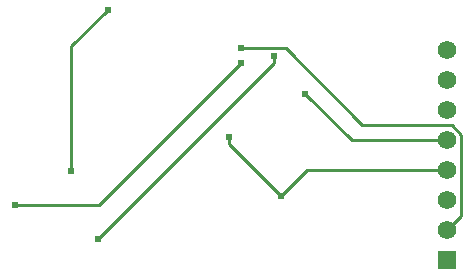
<source format=gbl>
G04 Layer: BottomLayer*
G04 EasyEDA v6.5.40, 2024-08-14 22:01:03*
G04 cb6e2e9fbd21486d88ae5690d2d3dc00,10*
G04 Gerber Generator version 0.2*
G04 Scale: 100 percent, Rotated: No, Reflected: No *
G04 Dimensions in millimeters *
G04 leading zeros omitted , absolute positions ,4 integer and 5 decimal *
%FSLAX45Y45*%
%MOMM*%

%ADD10C,0.2540*%
%ADD11R,1.5748X1.5748*%
%ADD12C,1.5748*%
%ADD13C,0.6100*%

%LPD*%
D10*
X1872742Y-1727301D02*
G01*
X3361080Y-238963D01*
X3361080Y-175209D01*
X4826000Y-889000D02*
G01*
X4019524Y-889000D01*
X3627577Y-497052D01*
X4826000Y-1651000D02*
G01*
X4946980Y-1530019D01*
X4946980Y-844321D01*
X4864658Y-762000D01*
X4110126Y-762000D01*
X3458336Y-110210D01*
X3080156Y-110210D01*
X4826000Y-1143000D02*
G01*
X3640607Y-1143000D01*
X3421735Y-1361871D01*
X3421735Y-1361871D02*
G01*
X2978277Y-918413D01*
X2978277Y-866775D01*
X1167155Y-1434947D02*
G01*
X1883105Y-1434947D01*
X3081604Y-236448D01*
X1955368Y216077D02*
G01*
X1643430Y-95859D01*
X1643430Y-1149502D01*
D11*
G01*
X4826000Y-1905000D03*
D12*
G01*
X4826000Y-1651000D03*
G01*
X4826000Y-1397000D03*
G01*
X4826000Y-1143000D03*
G01*
X4826000Y-889000D03*
G01*
X4826000Y-635000D03*
G01*
X4826000Y-381000D03*
G01*
X4826000Y-127000D03*
D13*
G01*
X1643430Y-1149502D03*
G01*
X1955368Y216077D03*
G01*
X1167155Y-1434947D03*
G01*
X3081604Y-236448D03*
G01*
X2978277Y-866775D03*
G01*
X3421735Y-1361871D03*
G01*
X3080156Y-110210D03*
G01*
X3627577Y-497052D03*
G01*
X1872742Y-1727301D03*
G01*
X3361080Y-175209D03*
M02*

</source>
